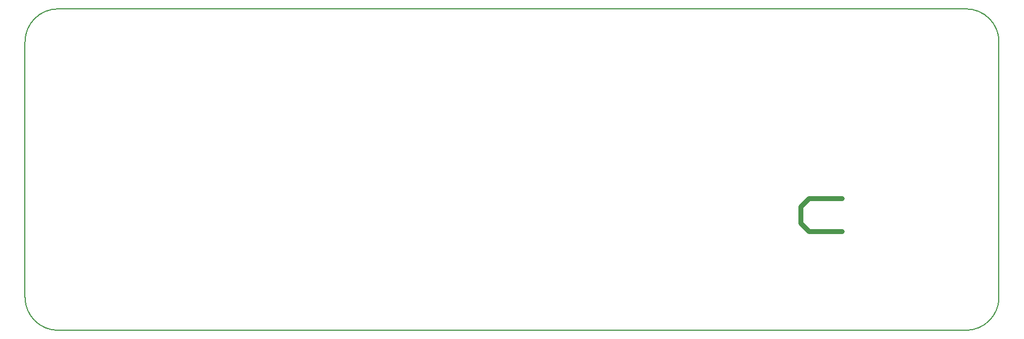
<source format=gm1>
G04 #@! TF.FileFunction,Profile,NP*
%FSLAX46Y46*%
G04 Gerber Fmt 4.6, Leading zero omitted, Abs format (unit mm)*
G04 Created by KiCad (PCBNEW 4.0.7-e2-6376~58~ubuntu16.04.1) date Fri Oct 20 12:03:34 2017*
%MOMM*%
%LPD*%
G01*
G04 APERTURE LIST*
%ADD10C,0.100000*%
%ADD11C,0.800000*%
%ADD12C,0.200000*%
G04 APERTURE END LIST*
D10*
D11*
X120650000Y15240000D02*
X125730000Y15240000D01*
X119380000Y16510000D02*
X120650000Y15240000D01*
X119380000Y19050000D02*
X119380000Y16510000D01*
X120650000Y20320000D02*
X119380000Y19050000D01*
X125730000Y20320000D02*
X120650000Y20320000D01*
D12*
X5080000Y49530000D02*
X144780000Y49530000D01*
X0Y5080000D02*
X0Y44450000D01*
X144780000Y0D02*
X5080000Y0D01*
X149860000Y5080000D02*
X149860000Y44450000D01*
X0Y5080000D02*
G75*
G03X5080000Y0I5080000J0D01*
G01*
X5080000Y49530000D02*
G75*
G03X0Y44450000I0J-5080000D01*
G01*
X149860000Y44450000D02*
G75*
G03X144780000Y49530000I-5080000J0D01*
G01*
X144780000Y0D02*
G75*
G03X149860000Y5080000I0J5080000D01*
G01*
M02*

</source>
